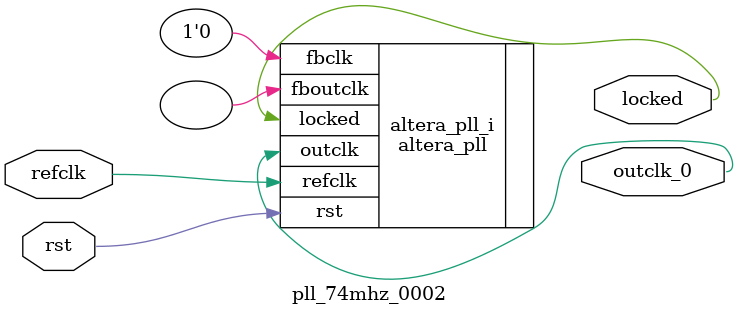
<source format=v>
`timescale 1ns/10ps
module  pll_74mhz_0002(

	// interface 'refclk'
	input wire refclk,

	// interface 'reset'
	input wire rst,

	// interface 'outclk0'
	output wire outclk_0,

	// interface 'locked'
	output wire locked
);

	altera_pll #(
		.fractional_vco_multiplier("false"),
		.reference_clock_frequency("50.0 MHz"),
		.operation_mode("direct"),
		.number_of_clocks(1),
		.output_clock_frequency0("74.242424 MHz"),
		.phase_shift0("0 ps"),
		.duty_cycle0(50),
		.output_clock_frequency1("0 MHz"),
		.phase_shift1("0 ps"),
		.duty_cycle1(50),
		.output_clock_frequency2("0 MHz"),
		.phase_shift2("0 ps"),
		.duty_cycle2(50),
		.output_clock_frequency3("0 MHz"),
		.phase_shift3("0 ps"),
		.duty_cycle3(50),
		.output_clock_frequency4("0 MHz"),
		.phase_shift4("0 ps"),
		.duty_cycle4(50),
		.output_clock_frequency5("0 MHz"),
		.phase_shift5("0 ps"),
		.duty_cycle5(50),
		.output_clock_frequency6("0 MHz"),
		.phase_shift6("0 ps"),
		.duty_cycle6(50),
		.output_clock_frequency7("0 MHz"),
		.phase_shift7("0 ps"),
		.duty_cycle7(50),
		.output_clock_frequency8("0 MHz"),
		.phase_shift8("0 ps"),
		.duty_cycle8(50),
		.output_clock_frequency9("0 MHz"),
		.phase_shift9("0 ps"),
		.duty_cycle9(50),
		.output_clock_frequency10("0 MHz"),
		.phase_shift10("0 ps"),
		.duty_cycle10(50),
		.output_clock_frequency11("0 MHz"),
		.phase_shift11("0 ps"),
		.duty_cycle11(50),
		.output_clock_frequency12("0 MHz"),
		.phase_shift12("0 ps"),
		.duty_cycle12(50),
		.output_clock_frequency13("0 MHz"),
		.phase_shift13("0 ps"),
		.duty_cycle13(50),
		.output_clock_frequency14("0 MHz"),
		.phase_shift14("0 ps"),
		.duty_cycle14(50),
		.output_clock_frequency15("0 MHz"),
		.phase_shift15("0 ps"),
		.duty_cycle15(50),
		.output_clock_frequency16("0 MHz"),
		.phase_shift16("0 ps"),
		.duty_cycle16(50),
		.output_clock_frequency17("0 MHz"),
		.phase_shift17("0 ps"),
		.duty_cycle17(50),
		.pll_type("General"),
		.pll_subtype("General")
	) altera_pll_i (
		.rst	(rst),
		.outclk	({outclk_0}),
		.locked	(locked),
		.fboutclk	( ),
		.fbclk	(1'b0),
		.refclk	(refclk)
	);
endmodule


</source>
